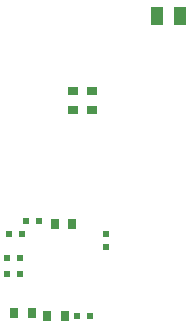
<source format=gbp>
G04 #@! TF.GenerationSoftware,KiCad,Pcbnew,(6.0.0-rc1-dev-1386-g1c99784e9)*
G04 #@! TF.CreationDate,2018-12-20T11:02:25-05:00
G04 #@! TF.ProjectId,TLAUX_Adapter_PSOC5,544c4155-585f-4416-9461-707465725f50,rev?*
G04 #@! TF.SameCoordinates,Original*
G04 #@! TF.FileFunction,Paste,Bot*
G04 #@! TF.FilePolarity,Positive*
%FSLAX46Y46*%
G04 Gerber Fmt 4.6, Leading zero omitted, Abs format (unit mm)*
G04 Created by KiCad (PCBNEW (6.0.0-rc1-dev-1386-g1c99784e9)) date 12/20/2018 11:02:25 AM*
%MOMM*%
%LPD*%
G04 APERTURE LIST*
%ADD10R,0.700000X0.900000*%
%ADD11R,0.500000X0.600000*%
%ADD12R,0.600000X0.500000*%
%ADD13R,0.900000X0.700000*%
%ADD14R,1.000000X1.500000*%
G04 APERTURE END LIST*
D10*
X149797200Y-105765600D03*
X148297200Y-105765600D03*
D11*
X150435400Y-97993200D03*
X149335400Y-97993200D03*
X147871000Y-99060000D03*
X148971000Y-99060000D03*
X153653400Y-106045000D03*
X154753400Y-106045000D03*
D12*
X156083000Y-99060000D03*
X156083000Y-100160000D03*
D11*
X148844000Y-102489000D03*
X147744000Y-102489000D03*
D13*
X153289000Y-88557000D03*
X153289000Y-86957000D03*
X154940000Y-86957000D03*
X154940000Y-88557000D03*
D10*
X151738200Y-98221800D03*
X153238200Y-98221800D03*
X152591200Y-106019600D03*
X151091200Y-106019600D03*
D14*
X160416200Y-80645000D03*
X162316200Y-80645000D03*
D11*
X148844000Y-101092000D03*
X147744000Y-101092000D03*
M02*

</source>
